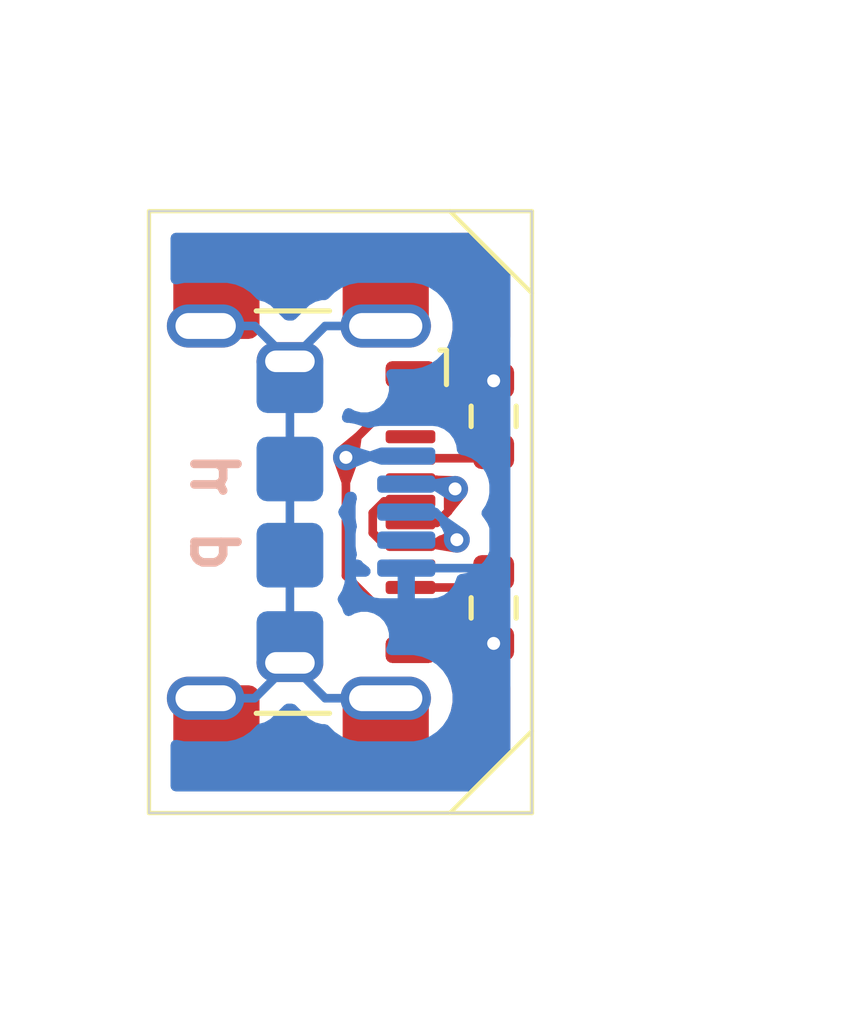
<source format=kicad_pcb>
(kicad_pcb (version 20241229) (generator "pcbnew") (generator_version "9.0")
  (layers (0 "F.Cu" signal) (2 "B.Cu" signal) (13 "F.Paste" user) (15 "B.Paste" user) (5 "F.SilkS" user "F.Silkscreen") (7 "B.SilkS" user "B.Silkscreen") (1 "F.Mask" user) (3 "B.Mask" user) (25 "Edge.Cuts" user))
  (net 0 "")
  (net 1 "/D+")
  (net 2 "/VBUS")
  (net 3 "GND")
  (net 4 "/D-")
  (net 6 "/Shield")
  (net 8 "/CC1")
  (net 9 "/CC2")
  (footprint "Resistor_SMD:R_0603_1608Metric" (layer "F.Cu") (at 81.661 53.023 -90)
    (property "Reference" "R2" (hide yes))
    (property "Value" "5K1")
    (fp_line (start -0.237258 0.5225) (end 0.237258 0.5225) (stroke (width 0.12)) (layer "F.SilkS"))
    (fp_line (start -0.237258 -0.5225) (end 0.237258 -0.5225) (stroke (width 0.12)) (layer "F.SilkS"))
    (pad "1" smd roundrect (at -0.825 0 270) (size 0.8 0.95) (layers "F.Cu" "F.Mask" "F.Paste") (net 9 "/CC2"))
    (pad "2" smd roundrect (at 0.825 0 270) (size 0.8 0.95) (layers "F.Cu" "F.Mask" "F.Paste") (net 3 "GND"))
  )
  (footprint "Resistor_SMD:R_0603_1608Metric" (layer "F.Cu") (at 81.661 48.577 90)
    (property "Reference" "R1" (hide yes))
    (property "Value" "5K1")
    (fp_line (start -0.237258 -0.5225) (end 0.237258 -0.5225) (stroke (width 0.12)) (layer "F.SilkS"))
    (fp_line (start -0.237258 0.5225) (end 0.237258 0.5225) (stroke (width 0.12)) (layer "F.SilkS"))
    (pad "1" smd roundrect (at -0.825 0 90) (size 0.8 0.95) (layers "F.Cu" "F.Mask" "F.Paste") (net 8 "/CC1"))
    (pad "2" smd roundrect (at 0.825 0 90) (size 0.8 0.95) (layers "F.Cu" "F.Mask" "F.Paste") (net 3 "GND"))
  )
  (footprint "Connector_USB:USB_C_Receptacle_GCT_USB4105-xx-A_16P_TopMnt_Horizontal" (layer "F.Cu") (at 76.0506 50.8 -90)
    (property "Reference" "J3" (hide yes))
    (property "Value" "USB_C_Receptacle_USB2.0_16P")
    (fp_line (start -4.67 -0.1) (end -4.67 -1.8) (stroke (width 0.12)) (layer "F.SilkS"))
    (fp_line (start 4.67 -0.1) (end 4.67 -1.8) (stroke (width 0.12)) (layer "F.SilkS"))
    (pad "" np_thru_hole circle (at -2.89 -2.605 270) (size 0.65 0.65) (drill 0.65) (layers "*.Cu" "*.Mask"))
    (pad "" np_thru_hole circle (at 2.89 -2.605 270) (size 0.65 0.65) (drill 0.65) (layers "*.Cu" "*.Mask"))
    (pad "A1" smd roundrect (at -3.2 -3.68 270) (size 0.6 1.15) (layers "F.Cu" "F.Mask" "F.Paste") (net 3 "GND"))
    (pad "A4" smd roundrect (at -2.4 -3.68 270) (size 0.6 1.15) (layers "F.Cu" "F.Mask" "F.Paste") (net 2 "/VBUS"))
    (pad "A5" smd roundrect (at -1.25 -3.68 270) (size 0.3 1.15) (layers "F.Cu" "F.Mask" "F.Paste") (net 8 "/CC1"))
    (pad "A6" smd roundrect (at -0.25 -3.68 270) (size 0.3 1.15) (layers "F.Cu" "F.Mask" "F.Paste") (net 1 "/D+"))
    (pad "A7" smd roundrect (at 0.25 -3.68 270) (size 0.3 1.15) (layers "F.Cu" "F.Mask" "F.Paste") (net 4 "/D-"))
    (pad "A8" smd roundrect (at 1.25 -3.68 270) (size 0.3 1.15) (layers "F.Cu" "F.Mask" "F.Paste"))
    (pad "A9" smd roundrect (at 2.4 -3.68 270) (size 0.6 1.15) (layers "F.Cu" "F.Mask" "F.Paste") (net 2 "/VBUS"))
    (pad "A12" smd roundrect (at 3.2 -3.68 270) (size 0.6 1.15) (layers "F.Cu" "F.Mask" "F.Paste") (net 3 "GND"))
    (pad "B1" smd roundrect (at 3.2 -3.68 270) (size 0.6 1.15) (layers "F.Cu" "F.Mask" "F.Paste") (net 3 "GND"))
    (pad "B4" smd roundrect (at 2.4 -3.68 270) (size 0.6 1.15) (layers "F.Cu" "F.Mask" "F.Paste") (net 2 "/VBUS"))
    (pad "B5" smd roundrect (at 1.75 -3.68 270) (size 0.3 1.15) (layers "F.Cu" "F.Mask" "F.Paste") (net 9 "/CC2"))
    (pad "B6" smd roundrect (at 0.75 -3.68 270) (size 0.3 1.15) (layers "F.Cu" "F.Mask" "F.Paste") (net 1 "/D+"))
    (pad "B7" smd roundrect (at -0.75 -3.68 270) (size 0.3 1.15) (layers "F.Cu" "F.Mask" "F.Paste") (net 4 "/D-"))
    (pad "B8" smd roundrect (at -1.75 -3.68 270) (size 0.3 1.15) (layers "F.Cu" "F.Mask" "F.Paste"))
    (pad "B9" smd roundrect (at -2.4 -3.68 270) (size 0.6 1.15) (layers "F.Cu" "F.Mask" "F.Paste") (net 2 "/VBUS"))
    (pad "B12" smd roundrect (at -3.2 -3.68 270) (size 0.6 1.15) (layers "F.Cu" "F.Mask" "F.Paste") (net 3 "GND"))
    (pad "S1" thru_hole oval (at -4.32 -3.105 270) (size 1 2.1) (drill oval 0.6 1.7) (property pad_prop_heatsink) (layers "*.Cu" "*.Mask" "F.Paste") (net 6 "/Shield"))
    (pad "S1" thru_hole oval (at -4.32 1.075 270) (size 1 1.8) (drill oval 0.6 1.4) (property pad_prop_heatsink) (layers "*.Cu" "*.Mask" "F.Paste") (net 6 "/Shield"))
    (pad "S1" thru_hole oval (at 4.32 -3.105 270) (size 1 2.1) (drill oval 0.6 1.7) (property pad_prop_heatsink) (layers "*.Cu" "*.Mask" "F.Paste") (net 6 "/Shield"))
    (pad "S1" thru_hole oval (at 4.32 1.075 270) (size 1 1.8) (drill oval 0.6 1.4) (property pad_prop_heatsink) (layers "*.Cu" "*.Mask" "F.Paste") (net 6 "/Shield"))
  )
  (footprint "Connector_USB:USB_C_Receptacle_GCT_USB4110" (layer "F.Cu") (at 76.0506 50.8 -90)
    (property "Reference" "J1" (hide yes))
    (property "Value" "USB_C_Receptacle_USB2.0_16P")
    (fp_line (start -3.76 -4.515) (end -3.76 -4.365) (stroke (width 0.12)) (layer "F.SilkS"))
    (fp_line (start -2.96 -4.515) (end -3.76 -4.515) (stroke (width 0.12)) (layer "F.SilkS"))
    (pad "" np_thru_hole circle (at -2.89 -2.605 270) (size 0.65 0.65) (drill 0.65) (layers "*.Cu" "*.Mask"))
    (pad "" np_thru_hole circle (at 2.89 -2.605 270) (size 0.65 0.65) (drill 0.65) (layers "*.Cu" "*.Mask"))
    (pad "A1" smd roundrect (at -3.2 -3.68 270) (size 0.6 1.15) (layers "F.Cu" "F.Mask" "F.Paste") (net 3 "GND"))
    (pad "A4" smd roundrect (at -2.4 -3.68 270) (size 0.6 1.15) (layers "F.Cu" "F.Mask" "F.Paste") (net 2 "/VBUS"))
    (pad "A5" smd roundrect (at -1.25 -3.68 270) (size 0.3 1.15) (layers "F.Cu" "F.Mask" "F.Paste") (net 8 "/CC1"))
    (pad "A6" smd roundrect (at -0.25 -3.68 270) (size 0.3 1.15) (layers "F.Cu" "F.Mask" "F.Paste") (net 1 "/D+"))
    (pad "A7" smd roundrect (at 0.25 -3.68 270) (size 0.3 1.15) (layers "F.Cu" "F.Mask" "F.Paste") (net 4 "/D-"))
    (pad "A8" smd roundrect (at 1.25 -3.68 270) (size 0.3 1.15) (layers "F.Cu" "F.Mask" "F.Paste"))
    (pad "A9" smd roundrect (at 2.4 -3.68 270) (size 0.6 1.15) (layers "F.Cu" "F.Mask" "F.Paste") (net 2 "/VBUS"))
    (pad "A12" smd roundrect (at 3.2 -3.68 270) (size 0.6 1.15) (layers "F.Cu" "F.Mask" "F.Paste") (net 3 "GND"))
    (pad "B1" smd roundrect (at 3.2 -3.68 270) (size 0.6 1.15) (layers "F.Cu" "F.Mask" "F.Paste") (net 3 "GND"))
    (pad "B4" smd roundrect (at 2.4 -3.68 270) (size 0.6 1.15) (layers "F.Cu" "F.Mask" "F.Paste") (net 2 "/VBUS"))
    (pad "B5" smd roundrect (at 1.75 -3.68 270) (size 0.3 1.15) (layers "F.Cu" "F.Mask" "F.Paste") (net 9 "/CC2"))
    (pad "B6" smd roundrect (at 0.75 -3.68 270) (size 0.3 1.15) (layers "F.Cu" "F.Mask" "F.Paste") (net 1 "/D+"))
    (pad "B7" smd roundrect (at -0.75 -3.68 270) (size 0.3 1.15) (layers "F.Cu" "F.Mask" "F.Paste") (net 4 "/D-"))
    (pad "B8" smd roundrect (at -1.75 -3.68 270) (size 0.3 1.15) (layers "F.Cu" "F.Mask" "F.Paste"))
    (pad "B9" smd roundrect (at -2.4 -3.68 270) (size 0.6 1.15) (layers "F.Cu" "F.Mask" "F.Paste") (net 2 "/VBUS"))
    (pad "B12" smd roundrect (at -3.2 -3.68 270) (size 0.6 1.15) (layers "F.Cu" "F.Mask" "F.Paste") (net 3 "GND"))
    (pad "S1" smd roundrect (at -5.11 -3.105 270) (size 2.18 2) (layers "F.Cu" "F.Mask" "F.Paste") (roundrect_rratio 0.125) (net 6 "/Shield"))
    (pad "S1" smd roundrect (at -5.11 0.825 270) (size 2.18 2) (layers "F.Cu" "F.Mask" "F.Paste") (roundrect_rratio 0.125) (net 6 "/Shield"))
    (pad "S1" smd roundrect (at 5.11 -3.105 270) (size 2.18 2) (layers "F.Cu" "F.Mask" "F.Paste") (roundrect_rratio 0.125) (net 6 "/Shield"))
    (pad "S1" smd roundrect (at 5.11 0.825 270) (size 2.18 2) (layers "F.Cu" "F.Mask" "F.Paste") (roundrect_rratio 0.125) (net 6 "/Shield"))
  )
  (footprint "Connector_USB:USB_Micro-B_Amphenol_10118194-0001LF_Horizontal" (layer "B.Cu") (at 78.232 50.8 90)
    (property "Reference" "J2" (hide yes))
    (property "Value" "USB_B_Micro" (hide yes))
    (pad "1" smd roundrect (at 1.3 1.4 270) (size 0.4 1.35) (layers "B.Cu" "B.Mask" "B.Paste") (net 2 "/VBUS"))
    (pad "2" smd roundrect (at 0.65 1.4 270) (size 0.4 1.35) (layers "B.Cu" "B.Mask" "B.Paste") (net 4 "/D-"))
    (pad "3" smd roundrect (at 0 1.4 270) (size 0.4 1.35) (layers "B.Cu" "B.Mask" "B.Paste") (net 1 "/D+"))
    (pad "4" smd roundrect (at -0.65 1.4 270) (size 0.4 1.35) (layers "B.Cu" "B.Mask" "B.Paste"))
    (pad "5" smd roundrect (at -1.3 1.4 270) (size 0.4 1.35) (layers "B.Cu" "B.Mask" "B.Paste") (net 3 "GND"))
    (pad "6" thru_hole oval (at -3.5 -1.3 90) (size 0.89 1.55) (drill oval 0.5 1.15) (property pad_prop_heatsink) (layers "*.Cu" "*.Mask") (net 6 "/Shield"))
    (pad "6" smd roundrect (at -3.025 -1.3 90) (size 1.45 1.55) (layers "B.Cu" "B.Mask" "B.Paste") (roundrect_rratio 0.1724137931) (net 6 "/Shield"))
    (pad "6" smd roundrect (at -1 -1.3 90) (size 1.5 1.55) (layers "B.Cu" "B.Mask" "B.Paste") (roundrect_rratio 0.1666666667) (net 6 "/Shield"))
    (pad "6" smd roundrect (at 1 -1.3 90) (size 1.5 1.55) (layers "B.Cu" "B.Mask" "B.Paste") (roundrect_rratio 0.1666666667) (net 6 "/Shield"))
    (pad "6" smd roundrect (at 3.025 -1.3 90) (size 1.45 1.55) (layers "B.Cu" "B.Mask" "B.Paste") (roundrect_rratio 0.1724137931) (net 6 "/Shield"))
    (pad "6" thru_hole oval (at 3.5 -1.3 90) (size 0.89 1.55) (drill oval 0.5 1.15) (property pad_prop_heatsink) (layers "*.Cu" "*.Mask") (net 6 "/Shield"))
  )
  (gr_line (start 73.66 57.785) (end 73.66 43.815) (stroke (width 0.1)) (layer "F.SilkS"))
  (gr_line (start 80.645 57.785) (end 82.55 55.88) (stroke (width 0.1)) (layer "F.SilkS"))
  (gr_line (start 82.55 57.785) (end 73.66 57.785) (stroke (width 0.1)) (layer "F.SilkS"))
  (gr_line (start 73.66 43.815) (end 82.55 43.815) (stroke (width 0.1)) (layer "F.SilkS"))
  (gr_line (start 82.55 43.815) (end 82.55 57.785) (stroke (width 0.1)) (layer "F.SilkS"))
  (gr_line (start 80.645 43.815) (end 82.55 45.72) (stroke (width 0.1)) (layer "F.SilkS"))
  (gr_line (start 82.55 57.785) (end 82.55 43.815) (stroke (width 0.05)) (layer "Edge.Cuts"))
  (gr_line (start 73.66 43.815) (end 82.55 43.815) (stroke (width 0.05)) (layer "Edge.Cuts"))
  (gr_line (start 73.66 57.785) (end 73.66 43.815) (stroke (width 0.05)) (layer "Edge.Cuts"))
  (gr_line (start 82.55 57.785) (end 73.66 57.785) (stroke (width 0.05)) (layer "Edge.Cuts"))
  (gr_text "µ p" (at 74.93 50.8 90) (layer "B.SilkS") (effects (font (size 1 1) (thickness 0.2) (bold yes)) (justify mirror)))
  (segment (start 80.697825 51.55) (end 79.7306 51.55) (width 0.2) (layer "F.Cu") (net 1))
  (segment (start 80.807 51.440825) (end 80.697825 51.55) (width 0.2) (layer "F.Cu") (net 1))
  (segment (start 78.8546 50.817176) (end 78.8546 51.282824) (width 0.2) (layer "F.Cu") (net 1))
  (segment (start 79.121776 51.55) (end 79.7306 51.55) (width 0.2) (layer "F.Cu") (net 1))
  (segment (start 79.121776 50.55) (end 78.8546 50.817176) (width 0.2) (layer "F.Cu") (net 1))
  (segment (start 78.8546 51.282824) (end 79.121776 51.55) (width 0.2) (layer "F.Cu") (net 1))
  (segment (start 79.7306 50.55) (end 79.121776 50.55) (width 0.2) (layer "F.Cu") (net 1))
  (via (at 80.807 51.440825) (size 0.6) (drill 0.3) (layers "F.Cu" "B.Cu") (net 1))
  (segment (start 80.306999 50.8) (end 80.807 51.300001) (width 0.2) (layer "B.Cu") (net 1))
  (segment (start 80.807 51.300001) (end 80.807 51.440825) (width 0.2) (layer "B.Cu") (net 1))
  (segment (start 79.632 50.8) (end 80.306999 50.8) (width 0.2) (layer "B.Cu") (net 1))
  (segment (start 79.7306 48.4) (end 79.155601 48.4) (width 0.2) (layer "F.Cu") (net 2))
  (segment (start 78.232 49.323601) (end 78.232 49.53) (width 0.2) (layer "F.Cu") (net 2))
  (segment (start 79.155601 53.2) (end 79.7306 53.2) (width 0.2) (layer "F.Cu") (net 2))
  (segment (start 79.155601 48.4) (end 78.232 49.323601) (width 0.2) (layer "F.Cu") (net 2))
  (segment (start 78.232 52.276399) (end 79.155601 53.2) (width 0.2) (layer "F.Cu") (net 2))
  (segment (start 78.232 49.53) (end 78.232 52.276399) (width 0.2) (layer "F.Cu") (net 2))
  (segment (start 78.232 49.53) (end 78.232 50.165) (width 0.2) (layer "F.Cu") (net 2))
  (via (at 78.232 49.53) (size 0.6) (drill 0.3) (layers "F.Cu" "B.Cu") (net 2))
  (segment (start 78.262 49.5) (end 78.232 49.53) (width 0.2) (layer "B.Cu") (net 2))
  (segment (start 79.632 49.5) (end 78.262 49.5) (width 0.2) (layer "B.Cu") (net 2))
  (segment (start 79.7306 47.6) (end 81.509 47.6) (width 0.2) (layer "F.Cu") (net 3))
  (segment (start 81.509 47.6) (end 81.661 47.752) (width 0.2) (layer "F.Cu") (net 3))
  (segment (start 79.7306 54) (end 81.509 54) (width 0.2) (layer "F.Cu") (net 3))
  (segment (start 81.509 54) (end 81.661 53.848) (width 0.2) (layer "F.Cu") (net 3))
  (via (at 81.661 47.752) (size 0.6) (drill 0.3) (layers "F.Cu" "B.Cu") (net 3))
  (via (at 81.661 53.848) (size 0.6) (drill 0.3) (layers "F.Cu" "B.Cu") (net 3))
  (segment (start 79.632 52.1) (end 81.631 52.1) (width 0.2) (layer "B.Cu") (net 3))
  (segment (start 81.661 52.07) (end 81.661 47.752) (width 0.2) (layer "B.Cu") (net 3))
  (segment (start 81.661 52.959) (end 81.661 53.848) (width 0.2) (layer "B.Cu") (net 3))
  (segment (start 81.661 52.959) (end 81.661 52.07) (width 0.2) (layer "B.Cu") (net 3))
  (segment (start 81.631 52.1) (end 81.661 52.07) (width 0.2) (layer "B.Cu") (net 3))
  (segment (start 80.6066 50.317176) (end 80.6066 50.782824) (width 0.2) (layer "F.Cu") (net 4))
  (segment (start 80.339424 51.05) (end 79.7306 51.05) (width 0.2) (layer "F.Cu") (net 4))
  (segment (start 80.6066 50.782824) (end 80.339424 51.05) (width 0.2) (layer "F.Cu") (net 4))
  (segment (start 80.339424 50.05) (end 80.6066 50.317176) (width 0.2) (layer "F.Cu") (net 4))
  (segment (start 79.7306 50.05) (end 80.339424 50.05) (width 0.2) (layer "F.Cu") (net 4))
  (via (at 80.765913 50.26111) (size 0.6) (drill 0.3) (layers "F.Cu" "B.Cu") (net 4))
  (segment (start 80.654803 50.15) (end 80.765913 50.26111) (width 0.2) (layer "B.Cu") (net 4))
  (segment (start 79.632 50.15) (end 80.654803 50.15) (width 0.2) (layer "B.Cu") (net 4))
  (segment (start 77.752 55.12) (end 76.932 54.3) (width 0.2) (layer "B.Cu") (net 6))
  (segment (start 76.932 47.775) (end 76.932 54.3) (width 0.2) (layer "B.Cu") (net 6))
  (segment (start 79.1556 46.48) (end 77.752 46.48) (width 0.2) (layer "B.Cu") (net 6))
  (segment (start 74.9756 46.48) (end 76.112 46.48) (width 0.2) (layer "B.Cu") (net 6))
  (segment (start 76.112 46.48) (end 76.932 47.3) (width 0.2) (layer "B.Cu") (net 6))
  (segment (start 76.112 55.12) (end 76.932 54.3) (width 0.2) (layer "B.Cu") (net 6))
  (segment (start 77.752 46.48) (end 76.932 47.3) (width 0.2) (layer "B.Cu") (net 6))
  (segment (start 79.1556 55.12) (end 77.752 55.12) (width 0.2) (layer "B.Cu") (net 6))
  (segment (start 74.9756 55.12) (end 76.112 55.12) (width 0.2) (layer "B.Cu") (net 6))
  (segment (start 81.513 49.55) (end 81.661 49.402) (width 0.2) (layer "F.Cu") (net 8))
  (segment (start 79.7306 49.55) (end 81.513 49.55) (width 0.2) (layer "F.Cu") (net 8))
  (segment (start 79.7306 52.55) (end 81.309 52.55) (width 0.2) (layer "F.Cu") (net 9))
  (segment (start 81.309 52.55) (end 81.661 52.198) (width 0.2) (layer "F.Cu") (net 9))
  (zone (net 3) (net_name "GND") (layers "F.Cu" "B.Cu") (connect_pads (clearance 0.5)) (min_thickness 0.25) (fill yes (thermal_gap 0.5) (thermal_bridge_width 0.5))
    (polygon (pts (xy 73.66 43.815) (xy 80.645 43.815) (xy 82.55 45.72) (xy 82.55 55.88) (xy 80.645 57.785) (xy 73.66 57.785)))
  )
)
</source>
